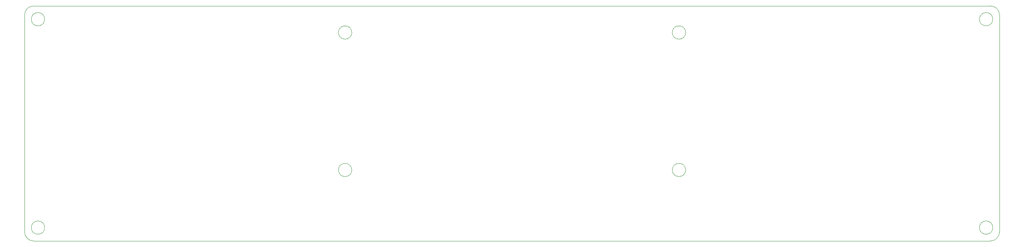
<source format=gbr>
%TF.GenerationSoftware,KiCad,Pcbnew,7.0.8*%
%TF.CreationDate,2023-11-30T13:58:36-08:00*%
%TF.ProjectId,LED_matrix,4c45445f-6d61-4747-9269-782e6b696361,rev?*%
%TF.SameCoordinates,Original*%
%TF.FileFunction,Profile,NP*%
%FSLAX46Y46*%
G04 Gerber Fmt 4.6, Leading zero omitted, Abs format (unit mm)*
G04 Created by KiCad (PCBNEW 7.0.8) date 2023-11-30 13:58:36*
%MOMM*%
%LPD*%
G01*
G04 APERTURE LIST*
%TA.AperFunction,Profile*%
%ADD10C,0.100000*%
%TD*%
%TA.AperFunction,Profile*%
%ADD11C,0.050000*%
%TD*%
G04 APERTURE END LIST*
D10*
X4500000Y-3000000D02*
G75*
G03*
X4500000Y-3000000I-1500000J0D01*
G01*
X217500000Y-50000000D02*
G75*
G03*
X217500000Y-50000000I-1500000J0D01*
G01*
X217500000Y-3000000D02*
G75*
G03*
X217500000Y-3000000I-1500000J0D01*
G01*
X2000000Y0D02*
G75*
G03*
X0Y-2000000I-1J-1999999D01*
G01*
X0Y-51000000D02*
G75*
G03*
X2000000Y-53000000I2000000J0D01*
G01*
X219000000Y-2000000D02*
G75*
G03*
X217000000Y0I-2000000J0D01*
G01*
X2000000Y-53000000D02*
X217000000Y-53000000D01*
X4500000Y-50000000D02*
G75*
G03*
X4500000Y-50000000I-1500000J0D01*
G01*
X0Y-2000000D02*
X0Y-51000000D01*
X219000000Y-51000000D02*
X219000000Y-2000000D01*
X217000000Y0D02*
X2000000Y0D01*
X217000000Y-53000000D02*
G75*
G03*
X219000000Y-51000000I0J2000000D01*
G01*
D11*
%TO.C,DIS1*%
X73500000Y-6000000D02*
G75*
G03*
X73500000Y-6000000I-1500000J0D01*
G01*
X73500000Y-37000000D02*
G75*
G03*
X73500000Y-37000000I-1500000J0D01*
G01*
X148500000Y-6000000D02*
G75*
G03*
X148500000Y-6000000I-1500000J0D01*
G01*
X148500000Y-37000000D02*
G75*
G03*
X148500000Y-37000000I-1500000J0D01*
G01*
%TD*%
M02*

</source>
